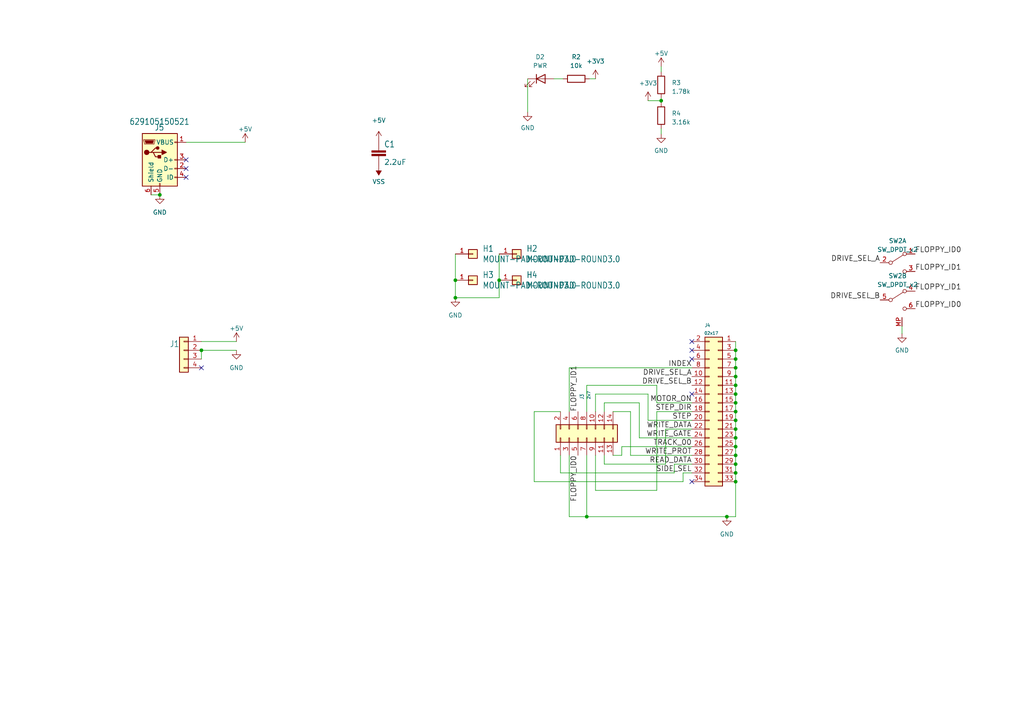
<source format=kicad_sch>
(kicad_sch (version 20210621) (generator eeschema)
  (paper "A4")
  (lib_symbols
    (symbol "Connector:USB_B_Micro" (pin_names (offset 1.016))
      (property "Reference" "J" (at -5.08 11.43 0))
      (property "Value" "USB_B_Micro" (at -5.08 8.89 0))
      (symbol "USB_B_Micro_0_1"
        (circle (center -3.81 2.159) (radius 0.635) (stroke (width 0.254)) (fill (type outline)))
        (circle (center -0.635 3.429) (radius 0.381) (stroke (width 0.254)) (fill (type outline)))
        (rectangle (start -0.127 -7.62) (end 0.127 -6.858))
        (rectangle (start 5.08 -5.207) (end 4.318 -4.953))
        (rectangle (start 5.08 -2.667) (end 4.318 -2.413))
        (rectangle (start 5.08 -0.127) (end 4.318 0.127))
        (rectangle (start 5.08 4.953) (end 4.318 5.207))
        (rectangle (start 0.254 1.27) (end -0.508 0.508) (stroke (width 0.254)) (fill (type outline)))
        (rectangle (start -5.08 -7.62) (end 5.08 7.62) (stroke (width 0.254)) (fill (type background)))
        (polyline (pts (xy -1.905 2.159) (xy 0.635 2.159)) (stroke (width 0.254)))
        (polyline (pts (xy -3.175 2.159) (xy -2.54 2.159) (xy -1.27 3.429) (xy -0.635 3.429)) (stroke (width 0.254)))
        (polyline (pts (xy -2.54 2.159) (xy -1.905 2.159) (xy -1.27 0.889) (xy 0 0.889)) (stroke (width 0.254)))
        (polyline (pts (xy -4.699 5.842) (xy -4.699 5.588) (xy -4.445 4.826) (xy -4.445 4.572) (xy -1.651 4.572) (xy -1.651 4.826) (xy -1.397 5.588) (xy -1.397 5.842) (xy -4.699 5.842)))
        (polyline (pts (xy 0.635 2.794) (xy 0.635 1.524) (xy 1.905 2.159) (xy 0.635 2.794)) (stroke (width 0.254)) (fill (type outline)))
        (polyline (pts (xy -4.318 5.588) (xy -1.778 5.588) (xy -2.032 4.826) (xy -4.064 4.826) (xy -4.318 5.588)) (fill (type outline)))
      )
      (symbol "USB_B_Micro_1_1"
        (pin power_out line (at 7.62 5.08 180) (length 2.54) (name "VBUS") (number "1"))
        (pin bidirectional line (at 7.62 -2.54 180) (length 2.54) (name "D-") (number "2"))
        (pin bidirectional line (at 7.62 0 180) (length 2.54) (name "D+") (number "3"))
        (pin passive line (at 7.62 -5.08 180) (length 2.54) (name "ID") (number "4"))
        (pin power_out line (at 0 -10.16 90) (length 2.54) (name "GND") (number "5"))
        (pin passive line (at -2.54 -10.16 90) (length 2.54) (name "Shield") (number "6"))
      )
    )
    (symbol "Connector_Generic:Conn_01x01" (pin_names (offset 1.016) hide)
      (property "Reference" "J" (at 0 2.54 0))
      (property "Value" "Conn_01x01" (at 0 -2.54 0))
      (symbol "Conn_01x01_1_1"
        (rectangle (start -1.27 0.127) (end 0 -0.127) (stroke (width 0.1524)))
        (rectangle (start -1.27 1.27) (end 1.27 -1.27) (stroke (width 0.254)) (fill (type background)))
        (pin passive line (at -5.08 0 0) (length 3.81) (name "Pin_1") (number "1"))
      )
    )
    (symbol "Connector_Generic:Conn_01x04" (pin_names (offset 1.016) hide)
      (property "Reference" "J" (at 0 5.08 0))
      (property "Value" "Conn_01x04" (at 0 -7.62 0))
      (symbol "Conn_01x04_1_1"
        (rectangle (start -1.27 -4.953) (end 0 -5.207) (stroke (width 0.1524)))
        (rectangle (start -1.27 -2.413) (end 0 -2.667) (stroke (width 0.1524)))
        (rectangle (start -1.27 0.127) (end 0 -0.127) (stroke (width 0.1524)))
        (rectangle (start -1.27 2.667) (end 0 2.413) (stroke (width 0.1524)))
        (rectangle (start -1.27 3.81) (end 1.27 -6.35) (stroke (width 0.254)) (fill (type background)))
        (pin passive line (at -5.08 2.54 0) (length 3.81) (name "Pin_1") (number "1"))
        (pin passive line (at -5.08 0 0) (length 3.81) (name "Pin_2") (number "2"))
        (pin passive line (at -5.08 -2.54 0) (length 3.81) (name "Pin_3") (number "3"))
        (pin passive line (at -5.08 -5.08 0) (length 3.81) (name "Pin_4") (number "4"))
      )
    )
    (symbol "Connector_Generic:Conn_02x07_Odd_Even" (pin_names (offset 1.016) hide)
      (property "Reference" "J" (at 1.27 10.16 0))
      (property "Value" "Conn_02x07_Odd_Even" (at 1.27 -10.16 0))
      (symbol "Conn_02x07_Odd_Even_1_1"
        (rectangle (start -1.27 -7.493) (end 0 -7.747) (stroke (width 0.1524)))
        (rectangle (start -1.27 -4.953) (end 0 -5.207) (stroke (width 0.1524)))
        (rectangle (start -1.27 -2.413) (end 0 -2.667) (stroke (width 0.1524)))
        (rectangle (start -1.27 0.127) (end 0 -0.127) (stroke (width 0.1524)))
        (rectangle (start -1.27 2.667) (end 0 2.413) (stroke (width 0.1524)))
        (rectangle (start -1.27 5.207) (end 0 4.953) (stroke (width 0.1524)))
        (rectangle (start -1.27 7.747) (end 0 7.493) (stroke (width 0.1524)))
        (rectangle (start 3.81 -7.493) (end 2.54 -7.747) (stroke (width 0.1524)))
        (rectangle (start 3.81 -4.953) (end 2.54 -5.207) (stroke (width 0.1524)))
        (rectangle (start 3.81 -2.413) (end 2.54 -2.667) (stroke (width 0.1524)))
        (rectangle (start 3.81 0.127) (end 2.54 -0.127) (stroke (width 0.1524)))
        (rectangle (start 3.81 2.667) (end 2.54 2.413) (stroke (width 0.1524)))
        (rectangle (start 3.81 5.207) (end 2.54 4.953) (stroke (width 0.1524)))
        (rectangle (start 3.81 7.747) (end 2.54 7.493) (stroke (width 0.1524)))
        (rectangle (start -1.27 8.89) (end 3.81 -8.89) (stroke (width 0.254)) (fill (type background)))
        (pin passive line (at -5.08 7.62 0) (length 3.81) (name "Pin_1") (number "1"))
        (pin passive line (at 7.62 -2.54 180) (length 3.81) (name "Pin_10") (number "10"))
        (pin passive line (at -5.08 -5.08 0) (length 3.81) (name "Pin_11") (number "11"))
        (pin passive line (at 7.62 -5.08 180) (length 3.81) (name "Pin_12") (number "12"))
        (pin passive line (at -5.08 -7.62 0) (length 3.81) (name "Pin_13") (number "13"))
        (pin passive line (at 7.62 -7.62 180) (length 3.81) (name "Pin_14") (number "14"))
        (pin passive line (at 7.62 7.62 180) (length 3.81) (name "Pin_2") (number "2"))
        (pin passive line (at -5.08 5.08 0) (length 3.81) (name "Pin_3") (number "3"))
        (pin passive line (at 7.62 5.08 180) (length 3.81) (name "Pin_4") (number "4"))
        (pin passive line (at -5.08 2.54 0) (length 3.81) (name "Pin_5") (number "5"))
        (pin passive line (at 7.62 2.54 180) (length 3.81) (name "Pin_6") (number "6"))
        (pin passive line (at -5.08 0 0) (length 3.81) (name "Pin_7") (number "7"))
        (pin passive line (at 7.62 0 180) (length 3.81) (name "Pin_8") (number "8"))
        (pin passive line (at -5.08 -2.54 0) (length 3.81) (name "Pin_9") (number "9"))
      )
    )
    (symbol "Connector_Generic:Conn_02x17_Odd_Even" (pin_names (offset 1.016) hide)
      (property "Reference" "J" (at 1.27 22.86 0))
      (property "Value" "Conn_02x17_Odd_Even" (at 1.27 -22.86 0))
      (symbol "Conn_02x17_Odd_Even_1_1"
        (rectangle (start -1.27 -20.193) (end 0 -20.447) (stroke (width 0.1524)))
        (rectangle (start -1.27 -17.653) (end 0 -17.907) (stroke (width 0.1524)))
        (rectangle (start -1.27 -15.113) (end 0 -15.367) (stroke (width 0.1524)))
        (rectangle (start -1.27 -12.573) (end 0 -12.827) (stroke (width 0.1524)))
        (rectangle (start -1.27 -10.033) (end 0 -10.287) (stroke (width 0.1524)))
        (rectangle (start -1.27 -7.493) (end 0 -7.747) (stroke (width 0.1524)))
        (rectangle (start -1.27 -4.953) (end 0 -5.207) (stroke (width 0.1524)))
        (rectangle (start -1.27 -2.413) (end 0 -2.667) (stroke (width 0.1524)))
        (rectangle (start -1.27 0.127) (end 0 -0.127) (stroke (width 0.1524)))
        (rectangle (start -1.27 2.667) (end 0 2.413) (stroke (width 0.1524)))
        (rectangle (start -1.27 5.207) (end 0 4.953) (stroke (width 0.1524)))
        (rectangle (start -1.27 7.747) (end 0 7.493) (stroke (width 0.1524)))
        (rectangle (start -1.27 10.287) (end 0 10.033) (stroke (width 0.1524)))
        (rectangle (start -1.27 12.827) (end 0 12.573) (stroke (width 0.1524)))
        (rectangle (start -1.27 15.367) (end 0 15.113) (stroke (width 0.1524)))
        (rectangle (start -1.27 17.907) (end 0 17.653) (stroke (width 0.1524)))
        (rectangle (start -1.27 20.447) (end 0 20.193) (stroke (width 0.1524)))
        (rectangle (start 3.81 -20.193) (end 2.54 -20.447) (stroke (width 0.1524)))
        (rectangle (start 3.81 -17.653) (end 2.54 -17.907) (stroke (width 0.1524)))
        (rectangle (start 3.81 -15.113) (end 2.54 -15.367) (stroke (width 0.1524)))
        (rectangle (start 3.81 -12.573) (end 2.54 -12.827) (stroke (width 0.1524)))
        (rectangle (start 3.81 -10.033) (end 2.54 -10.287) (stroke (width 0.1524)))
        (rectangle (start 3.81 -7.493) (end 2.54 -7.747) (stroke (width 0.1524)))
        (rectangle (start 3.81 -4.953) (end 2.54 -5.207) (stroke (width 0.1524)))
        (rectangle (start 3.81 -2.413) (end 2.54 -2.667) (stroke (width 0.1524)))
        (rectangle (start 3.81 0.127) (end 2.54 -0.127) (stroke (width 0.1524)))
        (rectangle (start 3.81 2.667) (end 2.54 2.413) (stroke (width 0.1524)))
        (rectangle (start 3.81 5.207) (end 2.54 4.953) (stroke (width 0.1524)))
        (rectangle (start 3.81 7.747) (end 2.54 7.493) (stroke (width 0.1524)))
        (rectangle (start 3.81 10.287) (end 2.54 10.033) (stroke (width 0.1524)))
        (rectangle (start 3.81 12.827) (end 2.54 12.573) (stroke (width 0.1524)))
        (rectangle (start 3.81 15.367) (end 2.54 15.113) (stroke (width 0.1524)))
        (rectangle (start 3.81 17.907) (end 2.54 17.653) (stroke (width 0.1524)))
        (rectangle (start 3.81 20.447) (end 2.54 20.193) (stroke (width 0.1524)))
        (rectangle (start -1.27 21.59) (end 3.81 -21.59) (stroke (width 0.254)) (fill (type background)))
        (pin passive line (at -5.08 20.32 0) (length 3.81) (name "Pin_1") (number "1"))
        (pin passive line (at 7.62 10.16 180) (length 3.81) (name "Pin_10") (number "10"))
        (pin passive line (at -5.08 7.62 0) (length 3.81) (name "Pin_11") (number "11"))
        (pin passive line (at 7.62 7.62 180) (length 3.81) (name "Pin_12") (number "12"))
        (pin passive line (at -5.08 5.08 0) (length 3.81) (name "Pin_13") (number "13"))
        (pin passive line (at 7.62 5.08 180) (length 3.81) (name "Pin_14") (number "14"))
        (pin passive line (at -5.08 2.54 0) (length 3.81) (name "Pin_15") (number "15"))
        (pin passive line (at 7.62 2.54 180) (length 3.81) (name "Pin_16") (number "16"))
        (pin passive line (at -5.08 0 0) (length 3.81) (name "Pin_17") (number "17"))
        (pin passive line (at 7.62 0 180) (length 3.81) (name "Pin_18") (number "18"))
        (pin passive line (at -5.08 -2.54 0) (length 3.81) (name "Pin_19") (number "19"))
        (pin passive line (at 7.62 20.32 180) (length 3.81) (name "Pin_2") (number "2"))
        (pin passive line (at 7.62 -2.54 180) (length 3.81) (name "Pin_20") (number "20"))
        (pin passive line (at -5.08 -5.08 0) (length 3.81) (name "Pin_21") (number "21"))
        (pin passive line (at 7.62 -5.08 180) (length 3.81) (name "Pin_22") (number "22"))
        (pin passive line (at -5.08 -7.62 0) (length 3.81) (name "Pin_23") (number "23"))
        (pin passive line (at 7.62 -7.62 180) (length 3.81) (name "Pin_24") (number "24"))
        (pin passive line (at -5.08 -10.16 0) (length 3.81) (name "Pin_25") (number "25"))
        (pin passive line (at 7.62 -10.16 180) (length 3.81) (name "Pin_26") (number "26"))
        (pin passive line (at -5.08 -12.7 0) (length 3.81) (name "Pin_27") (number "27"))
        (pin passive line (at 7.62 -12.7 180) (length 3.81) (name "Pin_28") (number "28"))
        (pin passive line (at -5.08 -15.24 0) (length 3.81) (name "Pin_29") (number "29"))
        (pin passive line (at -5.08 17.78 0) (length 3.81) (name "Pin_3") (number "3"))
        (pin passive line (at 7.62 -15.24 180) (length 3.81) (name "Pin_30") (number "30"))
        (pin passive line (at -5.08 -17.78 0) (length 3.81) (name "Pin_31") (number "31"))
        (pin passive line (at 7.62 -17.78 180) (length 3.81) (name "Pin_32") (number "32"))
        (pin passive line (at -5.08 -20.32 0) (length 3.81) (name "Pin_33") (number "33"))
        (pin passive line (at 7.62 -20.32 180) (length 3.81) (name "Pin_34") (number "34"))
        (pin passive line (at 7.62 17.78 180) (length 3.81) (name "Pin_4") (number "4"))
        (pin passive line (at -5.08 15.24 0) (length 3.81) (name "Pin_5") (number "5"))
        (pin passive line (at 7.62 15.24 180) (length 3.81) (name "Pin_6") (number "6"))
        (pin passive line (at -5.08 12.7 0) (length 3.81) (name "Pin_7") (number "7"))
        (pin passive line (at 7.62 12.7 180) (length 3.81) (name "Pin_8") (number "8"))
        (pin passive line (at -5.08 10.16 0) (length 3.81) (name "Pin_9") (number "9"))
      )
    )
    (symbol "Device:LED" (pin_numbers hide) (pin_names (offset 1.016) hide)
      (property "Reference" "D" (at 0 2.54 0))
      (property "Value" "LED" (at 0 -2.54 0))
      (symbol "LED_0_1"
        (polyline (pts (xy -1.27 -1.27) (xy -1.27 1.27)) (stroke (width 0.254)))
        (polyline (pts (xy -1.27 0) (xy 1.27 0)))
        (polyline (pts (xy 1.27 -1.27) (xy 1.27 1.27) (xy -1.27 0) (xy 1.27 -1.27)) (stroke (width 0.254)))
        (polyline (pts (xy -3.048 -0.762) (xy -4.572 -2.286) (xy -3.81 -2.286) (xy -4.572 -2.286) (xy -4.572 -1.524)))
        (polyline (pts (xy -1.778 -0.762) (xy -3.302 -2.286) (xy -2.54 -2.286) (xy -3.302 -2.286) (xy -3.302 -1.524)))
      )
      (symbol "LED_1_1"
        (pin passive line (at -3.81 0 0) (length 2.54) (name "K") (number "1"))
        (pin passive line (at 3.81 0 180) (length 2.54) (name "A") (number "2"))
      )
    )
    (symbol "Device:R" (pin_numbers hide) (pin_names (offset 0))
      (property "Reference" "R" (at 2.032 0 90))
      (property "Value" "R" (at 0 0 90))
      (symbol "R_0_1"
        (rectangle (start -1.016 -2.54) (end 1.016 2.54) (stroke (width 0.254)))
      )
      (symbol "R_1_1"
        (pin passive line (at 0 3.81 270) (length 1.27) (name "~") (number "1"))
        (pin passive line (at 0 -3.81 90) (length 1.27) (name "~") (number "2"))
      )
    )
    (symbol "Switch:SW_DPDT_x2" (pin_names (offset 0) hide)
      (property "Reference" "SW" (at 0 4.318 0))
      (property "Value" "SW_DPDT_x2" (at 0 -5.08 0))
      (symbol "SW_DPDT_x2_0_0"
        (circle (center -2.032 0) (radius 0.508))
        (circle (center 2.032 -2.54) (radius 0.508))
      )
      (symbol "SW_DPDT_x2_0_1"
        (circle (center 2.032 2.54) (radius 0.508))
        (polyline (pts (xy -1.524 0.254) (xy 1.651 2.286)))
      )
      (symbol "SW_DPDT_x2_1_1"
        (pin passive line (at 5.08 2.54 180) (length 2.54) (name "A") (number "1"))
        (pin passive line (at -5.08 0 0) (length 2.54) (name "B") (number "2"))
        (pin passive line (at 5.08 -2.54 180) (length 2.54) (name "C") (number "3"))
      )
      (symbol "SW_DPDT_x2_2_1"
        (pin passive line (at 5.08 2.54 180) (length 2.54) (name "A") (number "4"))
        (pin passive line (at -5.08 0 0) (length 2.54) (name "B") (number "5"))
        (pin passive line (at 5.08 -2.54 180) (length 2.54) (name "C") (number "6"))
      )
    )
    (symbol "Switch:SW_DPDT_x2_1" (pin_names (offset 0) hide)
      (property "Reference" "SW2" (at 0 6.985 0))
      (property "Value" "SW_DPDT_x2" (at 0 4.445 0))
      (symbol "SW_DPDT_x2_1_0_0"
        (circle (center -2.032 0) (radius 0.508))
        (circle (center 2.032 -2.54) (radius 0.508))
      )
      (symbol "SW_DPDT_x2_1_0_1"
        (circle (center 2.032 2.54) (radius 0.508))
        (polyline (pts (xy -1.524 0.254) (xy 1.651 2.286)))
      )
      (symbol "SW_DPDT_x2_1_1_1"
        (pin passive line (at 5.08 2.54 180) (length 2.54) (name "A") (number "1"))
        (pin passive line (at -5.08 0 0) (length 2.54) (name "B") (number "2"))
        (pin passive line (at 5.08 -2.54 180) (length 2.54) (name "C") (number "3"))
        (pin passive line (at 1.27 -7.62 90) (length 2.54) (name "MP") (number "MP-UA"))
      )
      (symbol "SW_DPDT_x2_1_2_1"
        (pin passive line (at 5.08 2.54 180) (length 2.54) (name "A") (number "4"))
        (pin passive line (at -5.08 0 0) (length 2.54) (name "B") (number "5"))
        (pin passive line (at 5.08 -2.54 180) (length 2.54) (name "C") (number "6"))
        (pin passive line (at 1.27 -7.62 90) (length 2.54) (name "MP") (number "MP"))
      )
    )
    (symbol "board-eagle-import:C-EUC0805K"
      (property "Reference" "C" (at 1.524 0.381 0))
      (property "Value" "C-EUC0805K" (at 1.524 -4.699 0))
      (symbol "C-EUC0805K_1_0"
        (rectangle (start -2.032 -2.032) (end 2.032 -1.524) (fill (type outline)))
        (rectangle (start -2.032 -1.016) (end 2.032 -0.508) (fill (type outline)))
        (polyline (pts (xy 0 -2.54) (xy 0 -2.032)) (stroke (width 0.1524)))
        (polyline (pts (xy 0 0) (xy 0 -0.508)) (stroke (width 0.1524)))
        (pin passive line (at 0 2.54 270) (length 2.54) (name "1") (number "1"))
        (pin passive line (at 0 -5.08 90) (length 2.54) (name "2") (number "2"))
      )
    )
    (symbol "power:+3V3" (power) (pin_names (offset 0))
      (property "Value" "+3V3" (at 0 3.556 0))
      (symbol "+3V3_0_1"
        (polyline (pts (xy -0.762 1.27) (xy 0 2.54)))
        (polyline (pts (xy 0 0) (xy 0 2.54)))
        (polyline (pts (xy 0 2.54) (xy 0.762 1.27)))
      )
      (symbol "+3V3_1_1"
        (pin power_in line (at 0 0 90) (length 0) hide (name "+3V3") (number "1"))
      )
    )
    (symbol "power:+5V" (power) (pin_names (offset 0))
      (property "Value" "+5V" (at 0 3.556 0))
      (symbol "+5V_0_1"
        (polyline (pts (xy -0.762 1.27) (xy 0 2.54)))
        (polyline (pts (xy 0 0) (xy 0 2.54)))
        (polyline (pts (xy 0 2.54) (xy 0.762 1.27)))
      )
      (symbol "+5V_1_1"
        (pin power_in line (at 0 0 90) (length 0) hide (name "+5V") (number "1"))
      )
    )
    (symbol "power:GND" (power) (pin_names (offset 0))
      (property "Value" "GND" (at 0 -3.81 0))
      (symbol "GND_0_1"
        (polyline (pts (xy 0 0) (xy 0 -1.27) (xy 1.27 -1.27) (xy 0 -2.54) (xy -1.27 -1.27) (xy 0 -1.27)))
      )
      (symbol "GND_1_1"
        (pin power_in line (at 0 0 270) (length 0) hide (name "GND") (number "1"))
      )
    )
    (symbol "power:VSS" (power) (pin_names (offset 0))
      (property "Value" "VSS" (at 0 3.81 0))
      (symbol "VSS_0_1"
        (polyline (pts (xy 0 0) (xy 0 2.54)))
        (polyline (pts (xy 0.762 1.27) (xy -0.762 1.27) (xy 0 2.54) (xy 0.762 1.27)) (fill (type outline)))
      )
      (symbol "VSS_1_1"
        (pin power_in line (at 0 0 90) (length 0) hide (name "VSS") (number "1"))
      )
    )
  )
  (junction (at 46.355 56.515) (diameter 0.9144))
  (junction (at 58.42 101.6) (diameter 0.9144))
  (junction (at 132.08 81.28) (diameter 0.9144))
  (junction (at 132.08 86.36) (diameter 0.9144))
  (junction (at 144.78 81.28) (diameter 0.9144))
  (junction (at 170.18 149.86) (diameter 0.9144))
  (junction (at 191.77 29.21) (diameter 0.9144))
  (junction (at 210.82 149.86) (diameter 0.9144))
  (junction (at 213.36 101.6) (diameter 0.9144))
  (junction (at 213.36 104.14) (diameter 0.9144))
  (junction (at 213.36 106.68) (diameter 0.9144))
  (junction (at 213.36 109.22) (diameter 0.9144))
  (junction (at 213.36 111.76) (diameter 0.9144))
  (junction (at 213.36 114.3) (diameter 0.9144))
  (junction (at 213.36 116.84) (diameter 0.9144))
  (junction (at 213.36 119.38) (diameter 0.9144))
  (junction (at 213.36 121.92) (diameter 0.9144))
  (junction (at 213.36 124.46) (diameter 0.9144))
  (junction (at 213.36 127) (diameter 0.9144))
  (junction (at 213.36 129.54) (diameter 0.9144))
  (junction (at 213.36 132.08) (diameter 0.9144))
  (junction (at 213.36 134.62) (diameter 0.9144))
  (junction (at 213.36 137.16) (diameter 0.9144))
  (junction (at 213.36 139.7) (diameter 0.9144))
  (no_connect (at 53.975 46.355))
  (no_connect (at 53.975 48.895))
  (no_connect (at 53.975 51.435))
  (no_connect (at 58.42 106.68))
  (no_connect (at 200.66 99.06))
  (no_connect (at 200.66 101.6))
  (no_connect (at 200.66 104.14))
  (no_connect (at 200.66 114.3))
  (no_connect (at 200.66 139.7))
  (wire (pts (xy 46.355 56.515) (xy 43.815 56.515)))
  (wire (pts (xy 53.975 41.275) (xy 71.12 41.275)))
  (wire (pts (xy 58.42 99.06) (xy 68.58 99.06)))
  (wire (pts (xy 58.42 101.6) (xy 58.42 104.14)))
  (wire (pts (xy 58.42 101.6) (xy 68.58 101.6)))
  (wire (pts (xy 132.08 73.66) (xy 132.08 81.28)))
  (wire (pts (xy 132.08 81.28) (xy 132.08 86.36)))
  (wire (pts (xy 132.08 86.36) (xy 144.78 86.36)))
  (wire (pts (xy 144.78 73.66) (xy 144.78 81.28)))
  (wire (pts (xy 144.78 81.28) (xy 144.78 86.36)))
  (wire (pts (xy 153.035 22.86) (xy 153.035 32.512)))
  (wire (pts (xy 154.94 119.38) (xy 154.94 139.7)))
  (wire (pts (xy 154.94 139.7) (xy 198.12 139.7)))
  (wire (pts (xy 160.655 22.86) (xy 163.322 22.86)))
  (wire (pts (xy 162.56 119.38) (xy 154.94 119.38)))
  (wire (pts (xy 162.56 132.08) (xy 162.56 137.16)))
  (wire (pts (xy 165.1 106.68) (xy 200.66 106.68)))
  (wire (pts (xy 165.1 119.38) (xy 165.1 106.68)))
  (wire (pts (xy 165.1 132.08) (xy 165.1 149.86)))
  (wire (pts (xy 165.1 149.86) (xy 170.18 149.86)))
  (wire (pts (xy 170.18 119.38) (xy 170.18 111.76)))
  (wire (pts (xy 170.18 132.08) (xy 170.18 149.86)))
  (wire (pts (xy 170.18 149.86) (xy 210.82 149.86)))
  (wire (pts (xy 170.942 22.86) (xy 172.72 22.86)))
  (wire (pts (xy 172.72 114.3) (xy 172.72 119.38)))
  (wire (pts (xy 172.72 142.24) (xy 172.72 132.08)))
  (wire (pts (xy 175.26 116.84) (xy 175.26 119.38)))
  (wire (pts (xy 175.26 132.08) (xy 175.26 134.62)))
  (wire (pts (xy 175.26 134.62) (xy 193.04 134.62)))
  (wire (pts (xy 177.8 119.38) (xy 182.88 119.38)))
  (wire (pts (xy 180.34 129.54) (xy 180.34 132.08)))
  (wire (pts (xy 180.34 129.54) (xy 200.66 129.54)))
  (wire (pts (xy 180.34 132.08) (xy 177.8 132.08)))
  (wire (pts (xy 182.88 119.38) (xy 182.88 132.08)))
  (wire (pts (xy 182.88 132.08) (xy 200.66 132.08)))
  (wire (pts (xy 185.42 116.84) (xy 175.26 116.84)))
  (wire (pts (xy 185.42 127) (xy 185.42 116.84)))
  (wire (pts (xy 185.42 127) (xy 200.66 127)))
  (wire (pts (xy 187.96 29.21) (xy 191.77 29.21)))
  (wire (pts (xy 187.96 114.3) (xy 172.72 114.3)))
  (wire (pts (xy 187.96 121.92) (xy 187.96 114.3)))
  (wire (pts (xy 190.5 111.76) (xy 170.18 111.76)))
  (wire (pts (xy 190.5 116.84) (xy 190.5 111.76)))
  (wire (pts (xy 190.5 119.38) (xy 190.5 142.24)))
  (wire (pts (xy 190.5 142.24) (xy 172.72 142.24)))
  (wire (pts (xy 191.77 19.304) (xy 191.77 20.828)))
  (wire (pts (xy 191.77 28.448) (xy 191.77 29.21)))
  (wire (pts (xy 191.77 29.21) (xy 191.77 29.718)))
  (wire (pts (xy 191.77 37.338) (xy 191.77 38.862)))
  (wire (pts (xy 193.04 124.46) (xy 193.04 134.62)))
  (wire (pts (xy 193.04 124.46) (xy 200.66 124.46)))
  (wire (pts (xy 195.58 134.62) (xy 195.58 137.16)))
  (wire (pts (xy 195.58 137.16) (xy 162.56 137.16)))
  (wire (pts (xy 198.12 137.16) (xy 200.66 137.16)))
  (wire (pts (xy 198.12 139.7) (xy 198.12 137.16)))
  (wire (pts (xy 200.66 116.84) (xy 190.5 116.84)))
  (wire (pts (xy 200.66 119.38) (xy 190.5 119.38)))
  (wire (pts (xy 200.66 121.92) (xy 187.96 121.92)))
  (wire (pts (xy 200.66 134.62) (xy 195.58 134.62)))
  (wire (pts (xy 213.36 99.06) (xy 213.36 101.6)))
  (wire (pts (xy 213.36 101.6) (xy 213.36 104.14)))
  (wire (pts (xy 213.36 104.14) (xy 213.36 106.68)))
  (wire (pts (xy 213.36 106.68) (xy 213.36 109.22)))
  (wire (pts (xy 213.36 109.22) (xy 213.36 111.76)))
  (wire (pts (xy 213.36 111.76) (xy 213.36 114.3)))
  (wire (pts (xy 213.36 114.3) (xy 213.36 116.84)))
  (wire (pts (xy 213.36 116.84) (xy 213.36 119.38)))
  (wire (pts (xy 213.36 119.38) (xy 213.36 121.92)))
  (wire (pts (xy 213.36 121.92) (xy 213.36 124.46)))
  (wire (pts (xy 213.36 124.46) (xy 213.36 127)))
  (wire (pts (xy 213.36 127) (xy 213.36 129.54)))
  (wire (pts (xy 213.36 129.54) (xy 213.36 132.08)))
  (wire (pts (xy 213.36 132.08) (xy 213.36 134.62)))
  (wire (pts (xy 213.36 134.62) (xy 213.36 137.16)))
  (wire (pts (xy 213.36 137.16) (xy 213.36 139.7)))
  (wire (pts (xy 213.36 139.7) (xy 213.36 149.86)))
  (wire (pts (xy 213.36 149.86) (xy 210.82 149.86)))
  (wire (pts (xy 261.62 94.615) (xy 261.62 96.774)))
  (label "FLOPPY_ID1" (at 167.64 119.38 90) (effects (font (size 1.5113 1.5113))))
  (label "FLOPPY_ID0" (at 167.64 132.08 270) (effects (font (size 1.5113 1.5113))))
  (label "INDEX" (at 200.66 106.68 180) (effects (font (size 1.5113 1.5113))))
  (label "DRIVE_SEL_A" (at 200.66 109.22 180) (effects (font (size 1.5113 1.5113))))
  (label "DRIVE_SEL_B" (at 200.66 111.76 180) (effects (font (size 1.5113 1.5113))))
  (label "MOTOR_ON" (at 200.66 116.84 180) (effects (font (size 1.5113 1.5113))))
  (label "STEP_DIR" (at 200.66 119.38 180) (effects (font (size 1.5113 1.5113))))
  (label "STEP" (at 200.66 121.92 180) (effects (font (size 1.5113 1.5113))))
  (label "WRITE_DATA" (at 200.66 124.46 180) (effects (font (size 1.5113 1.5113))))
  (label "WRITE_GATE" (at 200.66 127 180) (effects (font (size 1.5113 1.5113))))
  (label "TRACK_00" (at 200.66 129.54 180) (effects (font (size 1.5113 1.5113))))
  (label "WRITE_PROT" (at 200.66 132.08 180) (effects (font (size 1.5113 1.5113))))
  (label "READ_DATA" (at 200.66 134.62 180) (effects (font (size 1.5113 1.5113))))
  (label "SIDE_SEL" (at 200.66 137.16 180) (effects (font (size 1.5113 1.5113))))
  (label "DRIVE_SEL_A" (at 255.27 76.2 180) (effects (font (size 1.5113 1.5113))))
  (label "DRIVE_SEL_B" (at 255.27 86.995 180) (effects (font (size 1.5113 1.5113))))
  (label "FLOPPY_ID0" (at 265.43 73.66 0) (effects (font (size 1.5113 1.5113))))
  (label "FLOPPY_ID1" (at 265.43 78.74 0) (effects (font (size 1.5113 1.5113))))
  (label "FLOPPY_ID1" (at 265.43 84.455 0) (effects (font (size 1.5113 1.5113))))
  (label "FLOPPY_ID0" (at 265.43 89.535 0) (effects (font (size 1.5113 1.5113))))
  (symbol (lib_id "power:+5V") (at 68.58 99.06 0) (unit 1)
    (property "Reference" "#PWR0102" (effects hide))
    (property "Value" "+5V" (at 68.58 95.25 0))
  )
  (symbol (lib_id "power:+5V") (at 71.12 41.275 0) (unit 1)
    (property "Reference" "#PWR0107" (effects hide))
    (property "Value" "+5V" (at 71.12 37.465 0))
  )
  (symbol (lib_id "power:+5V") (at 109.855 40.64 0) (unit 1)
    (property "Reference" "#PWR0122" (effects hide))
    (property "Value" "+5V" (at 109.855 34.925 0))
  )
  (symbol (lib_id "power:VSS") (at 109.855 48.26 180) (unit 1)
    (property "Reference" "#PWR0104" (effects hide))
    (property "Value" "VSS" (at 109.855 52.705 0))
  )
  (symbol (lib_id "power:+3V3") (at 172.72 22.86 0) (unit 1)
    (property "Reference" "#PWR0108" (effects hide))
    (property "Value" "+3V3" (at 172.72 17.78 0))
  )
  (symbol (lib_id "power:+3V3") (at 187.96 29.21 0) (unit 1)
    (property "Reference" "#PWR0109" (effects hide))
    (property "Value" "+3V3" (at 187.96 24.13 0))
  )
  (symbol (lib_id "power:+5V") (at 191.77 19.304 0) (unit 1)
    (property "Reference" "#PWR0110" (effects hide))
    (property "Value" "+5V" (at 191.77 15.494 0))
  )
  (symbol (lib_id "power:GND") (at 46.355 56.515 0) (unit 1)
    (property "Reference" "#PWR0105" (effects hide))
    (property "Value" "GND" (at 46.355 61.595 0))
  )
  (symbol (lib_id "power:GND") (at 68.58 101.6 0) (unit 1)
    (property "Reference" "#PWR0103" (effects hide))
    (property "Value" "GND" (at 68.58 106.68 0))
  )
  (symbol (lib_id "power:GND") (at 132.08 86.36 0) (unit 1)
    (property "Reference" "#PWR0101" (effects hide))
    (property "Value" "GND" (at 132.08 91.44 0))
  )
  (symbol (lib_id "power:GND") (at 153.035 32.512 0) (unit 1)
    (property "Reference" "#PWR0115" (effects hide))
    (property "Value" "GND" (at 153.035 37.084 0))
  )
  (symbol (lib_id "power:GND") (at 191.77 38.862 0) (unit 1)
    (property "Reference" "#PWR0111" (effects hide))
    (property "Value" "GND" (at 191.77 43.688 0))
  )
  (symbol (lib_id "power:GND") (at 210.82 149.86 0) (unit 1)
    (property "Reference" "#PWR0106" (effects hide))
    (property "Value" "GND" (at 210.82 154.94 0))
  )
  (symbol (lib_id "power:GND") (at 261.62 96.774 0) (unit 1)
    (property "Reference" "#PWR0116" (effects hide))
    (property "Value" "GND" (at 261.62 101.6 0))
  )
  (symbol (lib_id "Device:R") (at 167.132 22.86 90) (unit 1)
    (property "Reference" "R2" (at 167.132 16.51 90))
    (property "Value" "10k" (at 167.132 19.05 90))
    (property "Footprint" "Resistor_SMD:R_0603_1608Metric" (effects hide))
  )
  (symbol (lib_id "Device:R") (at 191.77 24.638 0) (unit 1)
    (property "Reference" "R3" (at 194.818 24.0029 0) (effects (justify left)))
    (property "Value" "1.78k" (at 194.818 26.5429 0) (effects (justify left)))
    (property "Footprint" "Resistor_SMD:R_0603_1608Metric" (effects hide))
  )
  (symbol (lib_id "Device:R") (at 191.77 33.528 0) (unit 1)
    (property "Reference" "R4" (at 194.818 32.8929 0) (effects (justify left)))
    (property "Value" "3.16k" (at 194.818 35.4329 0) (effects (justify left)))
    (property "Footprint" "Resistor_SMD:R_0603_1608Metric" (effects hide))
  )
  (symbol (lib_id "Connector_Generic:Conn_01x01") (at 137.16 73.66 0) (unit 1)
    (property "Reference" "H1" (at 139.954 73.0758 0) (effects (font (size 1.778 1.5113)) (justify left bottom)))
    (property "Value" "MOUNT-PAD-ROUND3.0" (at 139.954 76.1238 0) (effects (font (size 1.778 1.5113)) (justify left bottom)))
    (property "Footprint" "MountingHole:MountingHole_3.2mm_M3_Pad_Via" (effects hide))
  )
  (symbol (lib_id "Connector_Generic:Conn_01x01") (at 137.16 81.28 0) (unit 1)
    (property "Reference" "H3" (at 139.954 80.6958 0) (effects (font (size 1.778 1.5113)) (justify left bottom)))
    (property "Value" "MOUNT-PAD-ROUND3.0" (at 139.954 83.7438 0) (effects (font (size 1.778 1.5113)) (justify left bottom)))
    (property "Footprint" "MountingHole:MountingHole_3.2mm_M3_Pad_Via" (effects hide))
  )
  (symbol (lib_id "Connector_Generic:Conn_01x01") (at 149.86 73.66 0) (unit 1)
    (property "Reference" "H2" (at 152.654 73.0758 0) (effects (font (size 1.778 1.5113)) (justify left bottom)))
    (property "Value" "MOUNT-PAD-ROUND3.0" (at 152.654 76.1238 0) (effects (font (size 1.778 1.5113)) (justify left bottom)))
    (property "Footprint" "MountingHole:MountingHole_3.2mm_M3_Pad_Via" (effects hide))
  )
  (symbol (lib_id "Connector_Generic:Conn_01x01") (at 149.86 81.28 0) (unit 1)
    (property "Reference" "H4" (at 152.654 80.6958 0) (effects (font (size 1.778 1.5113)) (justify left bottom)))
    (property "Value" "MOUNT-PAD-ROUND3.0" (at 152.654 83.7438 0) (effects (font (size 1.778 1.5113)) (justify left bottom)))
    (property "Footprint" "MountingHole:MountingHole_3.2mm_M3_Pad_Via" (effects hide))
  )
  (symbol (lib_id "Device:LED") (at 156.845 22.86 0) (unit 1)
    (property "Reference" "D2" (at 156.6545 16.51 0))
    (property "Value" "PWR" (at 156.6545 19.05 0))
    (property "Footprint" "LED_SMD:LED_0603_1608Metric" (effects hide))
  )
  (symbol (lib_id "board-eagle-import:C-EUC0805K") (at 109.855 43.18 0) (unit 1)
    (property "Reference" "C1" (at 111.379 42.799 0) (effects (font (size 1.778 1.5113)) (justify left bottom)))
    (property "Value" "2.2uF" (at 111.379 47.879 0) (effects (font (size 1.5113 1.5113)) (justify left bottom)))
    (property "Footprint" "Capacitor_SMD:C_0603_1608Metric" (effects hide))
  )
  (symbol (lib_id "Switch:SW_DPDT_x2") (at 260.35 76.2 0) (unit 1)
    (property "Reference" "SW2" (at 260.35 69.85 0))
    (property "Value" "SW_DPDT_x2" (at 260.35 72.39 0))
    (property "Footprint" "Button_Switch_THT:SW_E-Switch_EG2219_DPDT_Angled" (effects hide))
  )
  (symbol (lib_id "Connector_Generic:Conn_01x04") (at 53.34 101.6 0) (mirror y) (unit 1)
    (property "Reference" "J1" (at 52.05 100.715 0) (effects (font (size 1.778 1.5113)) (justify left bottom)))
    (property "Value" "171826-4" (effects hide))
    (property "Footprint" "parts:171826-4" (effects hide))
  )
  (symbol (lib_name "Switch:SW_DPDT_x2_1") (lib_id "Switch:SW_DPDT_x2") (at 260.35 86.995 0) (unit 2)
    (property "Reference" "SW2" (at 260.35 80.01 0))
    (property "Value" "SW_DPDT_x2" (at 260.35 82.55 0))
    (property "Footprint" "Button_Switch_THT:SW_E-Switch_EG2219_DPDT_Angled" (effects hide))
  )
  (symbol (lib_id "Connector_Generic:Conn_02x07_Odd_Even") (at 170.18 127 90) (unit 1)
    (property "Reference" "J3" (at 169.33 115.88 0) (effects (font (size 1.016 0.8636)) (justify left bottom)))
    (property "Value" "2x7" (at 171.25 115.84 0) (effects (font (size 0.8636 0.8636)) (justify left bottom)))
    (property "Footprint" "Connector_IDC:IDC-Header_2x07_P2.54mm_Horizontal" (effects hide))
  )
  (symbol (lib_id "Connector:USB_B_Micro") (at 46.355 46.355 0) (unit 1)
    (property "Reference" "J5" (at 46.235 37.925 0) (effects (font (size 1.778 1.5113)) (justify bottom)))
    (property "Value" "629105150521" (at 37.495 36.245 0) (effects (font (size 1.778 1.5113)) (justify left bottom)))
    (property "Footprint" "Connector_USB:USB_Micro-B_Wuerth_629105150521" (effects hide))
  )
  (symbol (lib_id "Connector_Generic:Conn_02x17_Odd_Even") (at 208.28 119.38 0) (mirror y) (unit 1)
    (property "Reference" "J4" (at 204.38 94.9 0) (effects (font (size 1.016 0.8636)) (justify right bottom)))
    (property "Value" "02x17" (at 204.24 97.12 0) (effects (font (size 0.8636 0.8636)) (justify right bottom)))
    (property "Footprint" "Connector_PinHeader_2.54mm:PinHeader_2x17_P2.54mm_Vertical" (effects hide))
  )
)
</source>
